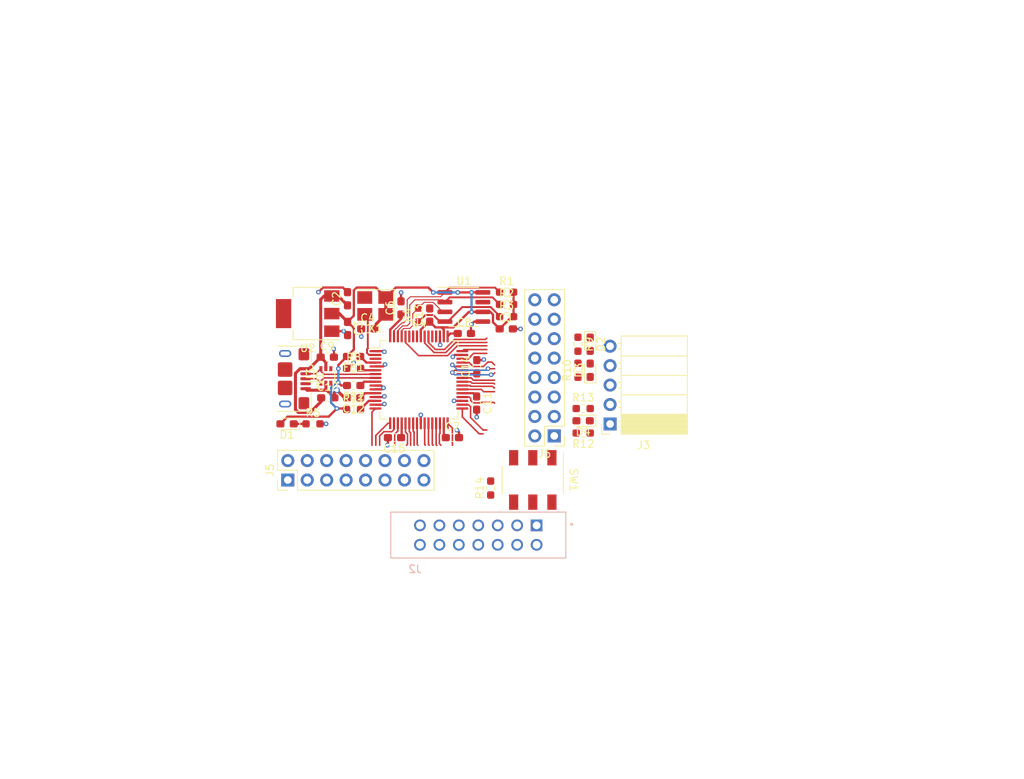
<source format=kicad_pcb>
(kicad_pcb (version 20221018) (generator pcbnew)
  (layers (0 "F.Cu" signal) (31 "B.Cu" signal) (34 "B.Paste" user) (35 "F.Paste" user) (36 "B.SilkS" user "B.Silkscreen") (37 "F.SilkS" user "F.Silkscreen") (38 "B.Mask" user) (39 "F.Mask" user) (44 "Edge.Cuts" user))
  (net 0 "")
  (net 1 "+5V")
  (net 2 "GND")
  (net 3 "+3.3V")
  (net 4 "+1V8")
  (net 5 "Net-(D1-K)")
  (net 6 "Net-(D2-K)")
  (net 7 "Net-(D3-K)")
  (net 8 "Net-(D4-K)")
  (net 9 "Net-(D4-A)")
  (net 10 "Net-(U4-VPHY)")
  (net 11 "Net-(U4-VPLL)")
  (net 12 "Net-(J1-D-)")
  (net 13 "Net-(J1-D+)")
  (net 16 "Net-(J2-Pad2)")
  (net 19 "/prog/TMS")
  (net 20 "/prog/TCK")
  (net 21 "/prog/TDO")
  (net 22 "/prog/TDI")
  (net 23 "Net-(U1-CS)")
  (net 24 "Net-(U1-SCLK)")
  (net 25 "/prog/UPDI")
  (net 26 "/prog/UART_TX")
  (net 27 "/prog/UART_RX")
  (net 28 "/prog/RTS")
  (net 29 "/prog/CTS")
  (net 30 "/prog/DTR")
  (net 31 "/prog/DSR")
  (net 32 "/prog/DCD")
  (net 33 "/prog/RI")
  (net 34 "/prog/TXDEN")
  (net 35 "/prog/L0")
  (net 36 "/prog/L1")
  (net 37 "/prog/L2")
  (net 38 "/prog/L3")
  (net 39 "/prog/H0")
  (net 40 "/prog/H1")
  (net 41 "/prog/H2")
  (net 42 "/prog/H3")
  (net 43 "/prog/H4")
  (net 44 "/prog/H5")
  (net 45 "/prog/H6")
  (net 46 "/prog/H7")
  (net 47 "Net-(U1-DO)")
  (net 48 "Net-(U1-DI)")
  (net 49 "Net-(U4-REF)")
  (net 50 "Net-(U4-BCBUS3)")
  (net 51 "Net-(U4-BCBUS4)")
  (net 52 "Net-(U4-~{RESET})")
  (net 53 "Net-(R13-Pad1)")
  (net 56 "/prog/TX")
  (net 57 "/prog/RX")
  (net 59 "Net-(U4-OSCI)")
  (net 61 "/prog/SUS")
  (net 67 "/prog/PWREN")
  (footprint "Resistor_SMD:R_0603_1608Metric_Pad0.98x0.95mm_HandSolder" (layer "F.Cu") (at 107.4 73.956442)
    (fp_text reference "R8")
    (fp_text value "12K")
  )
  (footprint "Capacitor_SMD:C_0603_1608Metric_Pad1.08x0.95mm_HandSolder" (layer "F.Cu") (at 103.958683 72.492595)
    (fp_text reference "C9")
    (fp_text value "0.1uF")
  )
  (footprint "Connector_PinHeader_2.54mm:PinHeader_2x08_P2.54mm_Vertical" (layer "F.Cu") (at 98.8 88.54 90)
    (fp_text reference "J5")
    (fp_text value "Conn_02x8_Pin")
  )
  (footprint "Resistor_SMD:R_0603_1608Metric_Pad0.98x0.95mm_HandSolder" (layer "F.Cu") (at 136.7 74.2 90)
    (fp_text reference "R10")
    (fp_text value "220")
  )
  (footprint "LED_SMD:LED_0603_1608Metric_Pad1.05x0.95mm_HandSolder" (layer "F.Cu") (at 98.706486 81.2 180)
    (fp_text reference "D1")
    (fp_text value "pwr")
  )
  (footprint "Package_TO_SOT_SMD:SOT-223" (layer "F.Cu") (at 101.4 66.8 180)
    (fp_text reference "U2")
    (fp_text value "AMS1117-3.3")
  )
  (footprint "Resistor_SMD:R_0603_1608Metric_Pad0.98x0.95mm_HandSolder" (layer "F.Cu") (at 107.391419 79.322778)
    (fp_text reference "R11")
    (fp_text value "1K")
  )
  (footprint "Inductor_SMD:L_0603_1608Metric_Pad1.05x0.95mm_HandSolder" (layer "F.Cu") (at 107.39535 72.4 180)
    (fp_text reference "FB1")
    (fp_text value "BLM18KG121TN1D")
  )
  (footprint "Capacitor_SMD:C_0603_1608Metric_Pad1.08x0.95mm_HandSolder" (layer "F.Cu") (at 121.8625 69.4)
    (fp_text reference "C8")
    (fp_text value "3.3uF")
  )
  (footprint "LED_SMD:LED_0603_1608Metric_Pad1.05x0.95mm_HandSolder" (layer "F.Cu") (at 138.3 70.8 -90)
    (fp_text reference "D2")
    (fp_text value "RX_LED")
  )
  (footprint "Inductor_SMD:L_0603_1608Metric_Pad1.05x0.95mm_HandSolder" (layer "F.Cu") (at 107.40473 76.190619 180)
    (fp_text reference "FB2")
    (fp_text value "BLM18KG121TN1D")
  )
  (footprint "Capacitor_SMD:C_0603_1608Metric_Pad1.08x0.95mm_HandSolder" (layer "F.Cu") (at 127.3375 68.8)
    (fp_text reference "C1")
    (fp_text value "0.1uF")
  )
  (footprint "Capacitor_SMD:C_0603_1608Metric_Pad1.08x0.95mm_HandSolder" (layer "F.Cu") (at 112.7375 83 180)
    (fp_text reference "C15")
    (fp_text value "0.1uF")
  )
  (footprint "Resistor_SMD:R_0603_1608Metric_Pad0.98x0.95mm_HandSolder" (layer "F.Cu") (at 127.375 64)
    (fp_text reference "R1")
    (fp_text value "10K")
  )
  (footprint "Package_SO:SOIC-8_3.9x4.9mm_P1.27mm" (layer "F.Cu") (at 121.8 65.9375)
    (fp_text reference "U1")
    (fp_text value "93C46C")
  )
  (footprint "programmer:DPDT" (layer "F.Cu") (at 130.8 88.528958 -90)
    (fp_text reference "SW1")
    (fp_text value "SW_DPST")
  )
  (footprint "Resistor_SMD:R_0603_1608Metric_Pad0.98x0.95mm_HandSolder" (layer "F.Cu") (at 136.7 70.8 -90)
    (fp_text reference "R9")
    (fp_text value "220")
  )
  (footprint "Resistor_SMD:R_0603_1608Metric_Pad0.98x0.95mm_HandSolder" (layer "F.Cu") (at 137.3875 79.2)
    (fp_text reference "R13")
    (fp_text value "470")
  )
  (footprint "Connector_PinHeader_2.54mm:PinHeader_2x08_P2.54mm_Vertical" (layer "F.Cu") (at 133.604533 82.775466 180)
    (fp_text reference "J6")
    (fp_text value "Conn_02x8_Pin")
  )
  (footprint "Resistor_SMD:R_0603_1608Metric_Pad0.98x0.95mm_HandSolder" (layer "F.Cu") (at 137.3875 82.4 180)
    (fp_text reference "R12")
    (fp_text value "470")
  )
  (footprint "Resistor_SMD:R_0603_1608Metric_Pad0.98x0.95mm_HandSolder" (layer "F.Cu") (at 115.860061 66.990461 90)
    (fp_text reference "R4")
    (fp_text value "2.2K")
  )
  (footprint "Capacitor_SMD:C_0603_1608Metric_Pad1.08x0.95mm_HandSolder" (layer "F.Cu") (at 123.483656 73.737305 90)
    (fp_text reference "C14")
    (fp_text value "0.1uF")
  )
  (footprint "Resistor_SMD:R_0603_1608Metric_Pad0.98x0.95mm_HandSolder" (layer "F.Cu") (at 102.093986 81.2)
    (fp_text reference "R5")
    (fp_text value "220")
  )
  (footprint "Resistor_SMD:R_0603_1608Metric_Pad0.98x0.95mm_HandSolder" (layer "F.Cu") (at 127.375 65.6)
    (fp_text reference "R2")
    (fp_text value "10K")
  )
  (footprint "Capacitor_SMD:C_0603_1608Metric_Pad1.08x0.95mm_HandSolder" (layer "F.Cu") (at 113.587129 66.060061 90)
    (fp_text reference "C6")
    (fp_text value "0.1uF")
  )
  (footprint "Capacitor_SMD:C_0603_1608Metric_Pad1.08x0.95mm_HandSolder" (layer "F.Cu") (at 120.3 83)
    (fp_text reference "C7")
    (fp_text value "0.1uF")
  )
  (footprint "Oscillator:Oscillator_SMD_Abracon_ASE-4Pin_3.2x2.5mm_HandSoldering" (layer "F.Cu") (at 110.225 65.8 180)
    (fp_text reference "X1")
    (fp_text value "ISM92-3351AH-12.000MHZ")
  )
  (footprint "Capacitor_SMD:C_0603_1608Metric_Pad1.08x0.95mm_HandSolder" (layer "F.Cu") (at 107.4 77.8 180)
    (fp_text reference "C12")
    (fp_text value "0.1uF")
  )
  (footprint "Capacitor_SMD:C_0603_1608Metric_Pad1.08x0.95mm_HandSolder" (layer "F.Cu") (at 109.25 68.8)
    (fp_text reference "C4")
    (fp_text value "0.01uF")
  )
  (footprint "Resistor_SMD:R_0603_1608Metric_Pad0.98x0.95mm_HandSolder" (layer "F.Cu") (at 127.375 67.2)
    (fp_text reference "R3")
    (fp_text value "10K")
  )
  (footprint "Diode_SMD:D_0603_1608Metric_Pad1.05x0.95mm_HandSolder" (layer "F.Cu") (at 137.375 80.8 180)
    (fp_text reference "D4")
    (fp_text value "D_Schottky")
  )
  (footprint "Package_QFP:LQFP-64_10x10mm_P0.5mm" (layer "F.Cu") (at 115.925 75.45)
    (fp_text reference "U4")
    (fp_text value "FT2232HL")
  )
  (footprint "LED_SMD:LED_0603_1608Metric_Pad1.05x0.95mm_HandSolder" (layer "F.Cu") (at 138.3 74.2 90)
    (fp_text reference "D3")
    (fp_text value "TX_LED")
  )
  (footprint "Capacitor_SMD:C_0603_1608Metric_Pad1.08x0.95mm_HandSolder" (layer "F.Cu") (at 123.464137 78.486511 -90)
    (fp_text reference "C11")
    (fp_text value "0.1uF")
  )
  (footprint "Capacitor_SMD:C_0603_1608Metric_Pad1.08x0.95mm_HandSolder" (layer "F.Cu") (at 106.6 64.8625 90)
    (fp_text reference "C2")
    (fp_text value "0.1uF")
  )
  (footprint "Capacitor_SMD:C_0603_1608Metric_Pad1.08x0.95mm_HandSolder" (layer "F.Cu") (at 117.334625 66.989473 90)
    (fp_text reference "C13")
    (fp_text value "0.1uF")
  )
  (footprint "Capacitor_SMD:C_0603_1608Metric_Pad1.08x0.95mm_HandSolder" (layer "F.Cu") (at 104.021183 77.8)
    (fp_text reference "C10")
    (fp_text value "10uF")
  )
  (footprint "Package_TO_SOT_SMD:SOT-363_SC-70-6" (layer "F.Cu") (at 103.771183 74.942595 90)
    (fp_text reference "U3")
    (fp_text value "NUP2202")
  )
  (footprint "Capacitor_SMD:C_0603_1608Metric_Pad1.08x0.95mm_HandSolder" (layer "F.Cu") (at 106.606486 68.746816 -90)
    (fp_text reference "C3")
    (fp_text value "0.1uF")
  )
  (footprint "Connector_USB:USB_Micro-B_Amphenol_10118193-0001LF_Horizontal" (layer "F.Cu") (at 98.45 75.308885 -90)
    (fp_text reference "J1")
    (fp_text value "USB_B_Micro")
  )
  (footprint "Resistor_SMD:R_0603_1608Metric_Pad0.98x0.95mm_HandSolder" (layer "F.Cu") (at 125.3 89.5875 90)
    (fp_text reference "R14")
    (fp_text value "0")
  )
  (footprint "Connector_PinSocket_2.54mm:PinSocket_1x05_P2.54mm_Horizontal" (layer "F.Cu") (at 140.9 81.22 180)
    (fp_text reference "J3")
    (fp_text value "Conn_01x05_Pin")
  )
  (footprint "programmer:SULLINS_SFH11-PBPC-D07-ST-BK" (layer "B.Cu") (at 123.68 95.73)
    (fp_text reference "J2")
    (fp_text value "SFH11-PBPC-D07-ST-BK")
  )
  (segment (start 99.8 74.601777) (end 99.8 79.328125) (width 0.4) (layer "F.Cu") (net 1))
  (segment (start 100.18076 79.708885) (end 101.724798 79.708885) (width 0.4) (layer "F.Cu") (net 1))
  (segment (start 100.392892 74.008885) (end 99.8 74.601777) (width 0.4) (layer "F.Cu") (net 1))
  (segment (start 99.8 79.328125) (end 100.18076 79.708885) (width 0.4) (layer "F.Cu") (net 1))
  (segment (start 106.6 65.725) (end 105.375 64.5) (width 0.4) (layer "F.Cu") (net 1))
  (segment (start 101.579893 74.008885) (end 103.096183 72.492595) (width 0.4) (layer "F.Cu") (net 1))
  (segment (start 103.771183 73.167595) (end 103.096183 72.492595) (width 0.4) (layer "F.Cu") (net 1))
  (segment (start 103.096183 72.492595) (end 103.096183 64.953817) (width 0.4) (layer "F.Cu") (net 1))
  (segment (start 101.125 74.008885) (end 100.392892 74.008885) (width 0.4) (layer "F.Cu") (net 1))
  (segment (start 101.724798 79.708885) (end 103.158683 78.275) (width 0.4) (layer "F.Cu") (net 1))
  (segment (start 103.771183 73.992595) (end 103.771183 73.167595) (width 0.4) (layer "F.Cu") (net 1))
  (segment (start 103.158683 78.275) (end 103.158683 77.8) (width 0.4) (layer "F.Cu") (net 1))
  (segment (start 103.55 64.5) (end 104.55 64.5) (width 0.4) (layer "F.Cu") (net 1))
  (segment (start 105.375 64.5) (end 104.55 64.5) (width 0.4) (layer "F.Cu") (net 1))
  (segment (start 103.096183 64.953817) (end 103.55 64.5) (width 0.4) (layer "F.Cu") (net 1))
  (segment (start 101.125 74.008885) (end 101.579893 74.008885) (width 0.4) (layer "F.Cu") (net 1))
  (segment (start 106.5375 77.8) (end 106.2 77.8) (width 0.4) (layer "F.Cu") (net 2))
  (segment (start 111.325761 77.7) (end 111.414413 77.611348) (width 0.3) (layer "F.Cu") (net 2))
  (segment (start 106.2 77.8) (end 105.2 76.8) (width 0.4) (layer "F.Cu") (net 2))
  (segment (start 110.25 77.7) (end 111.325761 77.7) (width 0.3) (layer "F.Cu") (net 2))
  (segment (start 111 76.2) (end 110.25 76.2) (width 0.3) (layer "F.Cu") (net 2))
  (segment (start 111.875 83) (end 111.875 83.925) (width 0.3) (layer "F.Cu") (net 2))
  (segment (start 111.875 83.925) (end 111.8 84) (width 0.3) (layer "F.Cu") (net 2))
  (segment (start 124.405821 72.80858) (end 124.339596 72.874805) (width 0.3) (layer "F.Cu") (net 2))
  (segment (start 110.25 71.7) (end 111.325349 71.7) (width 0.3) (layer "F.Cu") (net 2))
  (segment (start 111.325761 78.7) (end 111.414413 78.611348) (width 0.3) (layer "F.Cu") (net 2))
  (segment (start 103.892568 76.808885) (end 104.883683 77.8) (width 0.4) (layer "F.Cu") (net 2))
  (segment (start 106 63.4) (end 103.4 63.4) (width 0.3) (layer "F.Cu") (net 2))
  (segment (start 122.725 69.4) (end 122.725 68.275) (width 0.3) (layer "F.Cu") (net 2))
  (segment (start 124.275 67.8425) (end 123.1575 67.8425) (width 0.3) (layer "F.Cu") (net 2))
  (segment (start 108.3875 68.8) (end 108.3875 69.7875) (width 0.3) (layer "F.Cu") (net 2))
  (segment (start 111.244203 73.7) (end 111.498047 73.446156) (width 0.3) (layer "F.Cu") (net 2))
  (segment (start 113.587129 64.062371) (end 113.587129 65.197561) (width 0.3) (layer "F.Cu") (net 2))
  (segment (start 104.883683 77.116317) (end 105.2 76.8) (width 0.4) (layer "F.Cu") (net 2))
  (segment (start 104.55 69.1) (end 106.09717 69.1) (width 0.3) (layer "F.Cu") (net 2))
  (segment (start 106.6 64) (end 106 63.4) (width 0.3) (layer "F.Cu") (net 2))
  (segment (start 124.339596 72.874805) (end 123.483656 72.874805) (width 0.3) (layer "F.Cu") (net 2))
  (segment (start 101.325 76.808885) (end 103.892568 76.808885) (width 0.4) (layer "F.Cu") (net 2))
  (segment (start 103.771183 75.892595) (end 103.771183 76.6875) (width 0.4) (layer "F.Cu") (net 2))
  (segment (start 106.4875 73.956442) (end 106.643558 73.956442) (width 0.3) (layer "F.Cu") (net 2))
  (segment (start 121.6 78.2) (end 120.514093 78.2) (width 0.3) (layer "F.Cu") (net 2))
  (segment (start 120.514093 78.2) (end 120.513854 78.200239) (width 0.3) (layer "F.Cu") (net 2))
  (segment (start 103.006486 81.2) (end 103.8 81.2) (width 0.3) (layer "F.Cu") (net 2))
  (segment (start 111.3 76.5) (end 111 76.2) (width 0.3) (layer "F.Cu") (net 2))
  (segment (start 104.821183 72.492595) (end 104.821183 71.421183) (width 0.3) (layer "F.Cu") (net 2))
  (segment (start 103.771183 76.6875) (end 103.892568 76.808885) (width 0.4) (layer "F.Cu") (net 2))
  (segment (start 122.725 68.275) (end 122.8 68.2) (width 0.3) (layer "F.Cu") (net 2))
  (segment (start 121.1625 83) (end 121.1625 82.281105) (width 0.3) (layer "F.Cu") (net 2))
  (segment (start 113.6 64.0495) (end 113.587129 64.062371) (width 0.3) (layer "F.Cu") (net 2))
  (segment (start 128.2 68.8) (end 129.2 68.8) (width 0.3) (layer "F.Cu") (net 2))
  (segment (start 111.3 76.5) (end 111.1 76.7) (width 0.3) (layer "F.Cu") (net 2))
  (segment (start 123.473911 80.326089) (end 123.473911 79.358785) (width 0.3) (layer "F.Cu") (net 2))
  (segment (start 116.175 81.125) (end 116.175 80.038738) (width 0.3) (layer "F.Cu") (net 2))
  (segment (start 106.606486 69.609316) (end 106.09717 69.1) (width 0.3) (layer "F.Cu") (net 2))
  (segment (start 120.35277 72.451128) (end 120.603898 72.2) (width 0.3) (layer "F.Cu") (net 2))
  (segment (start 110.25 78.7) (end 111.325761 78.7) (width 0.3) (layer "F.Cu") (net 2))
  (segment (start 123.1575 67.8425) (end 122.8 68.2) (width 0.3) (layer "F.Cu") (net 2))
  (segment (start 121.1625 82.281105) (end 120.8995 82.018105) (width 0.3) (layer "F.Cu") (net 2))
  (segment (start 101.125 76.608885) (end 101.325 76.808885) (width 0.4) (layer "F.Cu") (net 2))
  (segment (start 108.3875 69.7875) (end 108.4 69.8) (width 0.3) (layer "F.Cu") (net 2))
  (segment (start 104.883683 77.8) (end 104.883683 77.116317) (width 0.4) (layer "F.Cu") (net 2))
  (segment (start 120.603898 72.2) (end 121.6 72.2) (width 0.3) (layer "F.Cu") (net 2))
  (segment (start 106.643558 73.956442) (end 107.4 73.2) (width 0.3) (layer "F.Cu") (net 2))
  (segment (start 116.175 80.038738) (end 116.175071 80.038667) (width 0.3) (layer "F.Cu") (net 2))
  (segment (start 111.1 76.7) (end 110.25 76.7) (width 0.3) (layer "F.Cu") (net 2))
  (segment (start 104.821183 71.421183) (end 104.8 71.4) (width 0.3) (layer "F.Cu") (net 2))
  (segment (start 111.325349 71.7) (end 111.415314 71.789965) (width 0.3) (layer "F.Cu") (net 2))
  (segment (start 118.675 70.862395) (end 118.698839 70.886234) (width 0.3) (layer "F.Cu") (net 2))
  (segment (start 118.675 69.775) (end 118.675 70.862395) (width 0.3) (layer "F.Cu") (net 2))
  (segment (start 103.4 63.4) (end 102.8 64) (width 0.3) (layer "F.Cu") (net 2))
  (segment (start 110.25 73.7) (end 111.244203 73.7) (width 0.3) (layer "F.Cu") (net 2))
  (segment (start 123.473911 79.358785) (end 123.464137 79.349011) (width 0.3) (layer "F.Cu") (net 2))
  (via (at 120.513854 78.200239) (size 0.6) (drill 0.3) (layers "F.Cu" "B.Cu") (net 2))
  (via (at 111.414413 77.611348) (size 0.6) (drill 0.3) (layers "F.Cu" "B.Cu") (net 2))
  (via (at 123.473911 80.326089) (size 0.6) (drill 0.3) (layers "F.Cu" "B.Cu") (net 2))
  (via (at 111.498047 73.446156) (size 0.6) (drill 0.3) (layers "F.Cu" "B.Cu") (net 2))
  (via (at 111.415314 71.789965) (size 0.6) (drill 0.3) (layers "F.Cu" "B.Cu") (net 2))
  (via (at 113.6 64.0495) (size 0.6) (drill 0.3) (layers "F.Cu" "B.Cu") (net 2))
  (via (at 102.8 64) (size 0.6) (drill 0.3) (layers "F.Cu" "B.Cu") (net 2))
  (via (at 111.3 76.5) (size 0.6) (drill 0.3) (layers "F.Cu" "B.Cu") (net 2))
  (via (at 116.175071 80.038667) (size 0.6) (drill 0.3) (layers "F.Cu" "B.Cu") (net 2))
  (via (at 104.8 71.4) (size 0.6) (drill 0.3) (layers "F.Cu" "B.Cu") (net 2))
  (via (at 120.35277 72.451128) (size 0.6) (drill 0.3) (layers "F.Cu" "B.Cu") (net 2))
  (via (at 124.405821 72.80858) (size 0.6) (drill 0.3) (layers "F.Cu" "B.Cu") (net 2))
  (via (at 129.2 68.8) (size 0.6) (drill 0.3) (layers "F.Cu" "B.Cu") (net 2))
  (via (at 103.8 81.2) (size 0.6) (drill 0.3) (layers "F.Cu" "B.Cu") (net 2))
  (via (at 107.4 73.2) (size 0.6) (drill 0.3) (layers "F.Cu" "B.Cu") (net 2))
  (via (at 105.2 76.8) (size 0.8) (drill 0.5) (layers "F.Cu" "B.Cu") (net 2))
  (via (at 118.698839 70.886234) (size 0.6) (drill 0.3) (layers "F.Cu" "B.Cu") (net 2))
  (via (at 120.8995 82.018105) (size 0.6) (drill 0.3) (layers "F.Cu" "B.Cu") (net 2))
  (via (at 106.09717 69.1) (size 0.6) (drill 0.3) (layers "F.Cu" "B.Cu") (net 2))
  (via (at 111.414413 78.611348) (size 0.6) (drill 0.3) (layers "F.Cu" "B.Cu") (net 2))
  (via (at 108.4 69.8) (size 0.6) (drill 0.3) (layers "F.Cu" "B.Cu") (net 2))
  (via (at 111.8 84) (size 0.6) (drill 0.3) (layers "F.Cu" "B.Cu") (net 2))
  (via (at 122.8 68.2) (size 0.6) (drill 0.3) (layers "F.Cu" "B.Cu") (net 2))
  (segment (start 125.6 66.9225) (end 125.6 67.925) (width 0.3) (layer "F.Cu") (net 3))
  (segment (start 119.175 68.898958) (end 118.876042 68.6) (width 0.3) (layer "F.Cu") (net 3))
  (segment (start 106.606486 67.884316) (end 107.425 67.065802) (width 0.3) (layer "F.Cu") (net 3))
  (segment (start 112.9 63.4) (end 111.6 64.7) (width 0.3) (layer "F.Cu") (net 3))
  (segment (start 128.2875 64) (end 128.2875 67.2) (width 0.3) (layer "F.Cu") (net 3))
  (segment (start 104.55 66.8) (end 105.52217 66.8) (width 0.4) (layer "F.Cu") (net 3))
  (segment (start 117.8 64.037) (end 117.163 63.4) (width 0.3) (layer "F.Cu") (net 3))
  (segment (start 128.075 67.2) (end 126.475 68.8) (width 0.3) (layer "F.Cu") (net 3))
  (segment (start 123.483656 74.599805) (end 123.383461 74.7) (width 0.3) (layer "F.Cu") (net 3))
  (segment (start 110.1125 68.3875) (end 111.6 66.9) (width 0.4) (layer "F.Cu") (net 3))
  (segment (start 125.6 67.925) (end 126.475 68.8) (width 0.3) (layer "F.Cu") (net 3))
  (segment (start 122.431648 66.6) (end 120.431648 68.6) (width 0.3) (layer "F.Cu") (net 3))
  (segment (start 105.791119 76.190619) (end 105.4 75.7995) (width 0.3) (layer "F.Cu") (net 3))
  (segment (start 124.275 66.5725) (end 125.25 66.5725) (width 0.3) (layer "F.Cu") (net 3))
  (segment (start 122.8 64.032) (end 121.0005 64.032) (width 0.3) (layer "F.Cu") (net 3))
  (segment (start 122.8 66.6) (end 122.431648 66.6) (width 0.3) (layer "F.Cu") (net 3))
  (segment (start 105.4 74) (end 105.4 73.52035) (width 0.3) (layer "F.Cu") (net 3))
  (segment (start 120.431648 68.6) (end 118.876042 68.6) (width 0.3) (layer "F.Cu") (net 3))
  (segment (start 106.52035 72.4) (end 107.431486 71.488864) (width 0.3) (layer "F.Cu") (net 3))
  (segment (start 107.425 67.065802) (end 107.425 63.775) (width 0.3) (layer "F.Cu") (net 3))
  (segment (start 125.25 66.5725) (end 125.6 66.9225) (width 0.3) (layer "F.Cu") (net 3))
  (segment (start 105.2 79.2) (end 104.141115 80.258885) (width 0.3) (layer "F.Cu") (net 3))
  (segment (start 104.141115 80.258885) (end 98.772601 80.258885) (width 0.3) (layer "F.Cu") (net 3))
  (segment (start 110.1125 68.8) (end 110.1125 68.3875) (width 0.4) (layer "F.Cu") (net 3))
  (segment (start 113.675 82.925) (end 113.6 83) (width 0.3) (layer "F.Cu") (net 3))
  (segment (start 113.675 81.125) (end 113.675 82.925) (width 0.3) (layer "F.Cu") (net 3))
  (segment (start 105.2 79.2) (end 106.356141 79.2) (width 0.3) (layer "F.Cu") (net 3))
  (segment (start 124.275 64.0325) (end 122.8005 64.0325) (width 0.3) (layer "F.Cu") (net 3))
  (segment (start 117.221985 67.851973) (end 117.334625 67.851973) (width 0.3) (layer "F.Cu") (net 3))
  (segment (start 105.4 73.52035) (end 106.52035 72.4) (width 0.3) (layer "F.Cu") (net 3))
  (segment (start 107.8 63.4) (end 110.3 63.4) (width 0.3) (layer "F.Cu") (net 3))
  (segment (start 118.876042 68.6) (end 118.082652 68.6) (width 0.3) (layer "F.Cu") (net 3))
  (segment (start 98.772601 80.258885) (end 97.831486 81.2) (width 0.3) (layer "F.Cu") (net 3))
  (segment (start 122.8 66.6) (end 122.8275 66.5725) (width 0.3) (layer "F.Cu") (net 3))
  (segment (start 106.52973 76.190619) (end 105.791119 76.190619) (width 0.3) (layer "F.Cu") (net 3))
  (segment (start 107.431486 68.709316) (end 106.606486 67.884316) (width 0.3) (layer "F.Cu") (net 3))
  (segment (start 123.383461 74.7) (end 121.6 74.7) (width 0.3) (layer "F.Cu") (net 3))
  (segment (start 107.425 63.775) (end 107.8 63.4) (width 0.3) (layer "F.Cu") (net 3))
  (segment (start 121.0005 64.032) (end 121 64.0315) (width 0.3) (layer "F.Cu") (net 3))
  (segment (start 105.52217 66.8) (end 106.606486 67.884316) (width 0.4) (layer "F.Cu") (net 3))
  (segment (start 111.6 66.9) (end 111.6 64.7) (width 0.4) (layer "F.Cu") (net 3))
  (segment (start 118.082652 68.6) (end 117.334625 67.851973) (width 0.3) (layer "F.Cu") (net 3))
  (segment (start 110.3 63.4) (end 111.6 64.7) (width 0.3) (layer "F.Cu") (net 3))
  (segment (start 117.163 63.4) (end 112.9 63.4) (width 0.3) (layer "F.Cu") (net 3))
  (segment (start 107.431486 71.488864) (end 107.431486 68.709316) (width 0.3) (layer "F.Cu") (net 3))
  (segment (start 119.4375 83) (end 119.175 82.7375) (width 0.3) (layer "F.Cu") (net 3))
  (segment (start 122.8275 66.5725) (end 124.275 66.5725) (width 0.3) (layer "F.Cu") (net 3))
  (segment (start 119.175 82.7375) (end 119.175 81.125) (width 0.3) (layer "F.Cu") (net 3))
  (segment (start 106.356141 79.2) (end 106.478919 79.322778) (width 0.3) (layer "F.Cu") (net 3))
  (segment (start 116.175 68.898958) (end 117.221985 67.851973) (width 0.3) (layer "F.Cu") (net 3))
  (segment (start 122.8005 64.0325) (end 122.8 64.032) (width 0.3) (layer "F.Cu") (net 3))
  (segment (start 116.175 69.775) (end 116.175 68.898958) (width 0.3) (layer "F.Cu") (net 3))
  (segment (start 128.2875 67.2) (end 128.075 67.2) (width 0.3) (layer "F.Cu") (net 3))
  (segment (start 119.175 69.775) (end 119.175 68.898958) (width 0.3) (layer "F.Cu") (net 3))
  (via (at 105.2 79.2) (size 0.6) (drill 0.3) (layers "F.Cu" "B.Cu") (net 3))
  (via (at 117.8 64.037) (size 0.6) (drill 0.3) (layers "F.Cu" "B.Cu") (net 3))
  (via (at 122.8 64.032) (size 0.6) (drill 0.3) (layers "F.Cu" "B.Cu") (net 3))
  (via (at 105.4 74) (size 0.6) (drill 0.3) (layers "F.Cu" "B.Cu") (net 3))
  (via (at 121 64.0315) (size 0.6) (drill 0.3) (layers "F.Cu" "B.Cu") (net 3))
  (via (at 122.8 66.6) (size 0.6) (drill 0.3) (layers "F.Cu" "B.Cu") (net 3))
  (via (at 105.4 75.7995) (size 0.6) (drill 0.3) (layers "F.Cu" "B.Cu") (net 3))
  (segment (start 104.45 76.489339) (end 104.45 78.45) (width 0.3) (layer "B.Cu") (net 3))
  (segment (start 105.139839 75.7995) (end 104.45 76.489339) (width 0.3) (layer "B.Cu") (net 3))
  (segment (start 105.4 75.7995) (end 105.4 74) (width 0.3) (layer "B.Cu") (net 3))
  (segment (start 117.8055 64.0315) (end 121 64.0315) (width 0.3) (layer "B.Cu") (net 3))
  (segment (start 104.45 78.45) (end 105.2 79.2) (width 0.3) (layer "B.Cu") (net 3))
  (segment (start 122.8 64.032) (end 122.8 66.6) (width 0.3) (layer "B.Cu") (net 3))
  (segment (start 117.8 64.037) (end 117.8055 64.0315) (width 0.3) (layer "B.Cu") (net 3))
  (segment (start 105.4 75.7995) (end 105.139839 75.7995) (width 0.3) (layer "B.Cu") (net 3))
  (segment (start 123.040126 77.2) (end 121.6 77.2) (width 0.3) (layer "F.Cu") (net 4))
  (segment (start 112.175 69.775) (end 112.175 68.898958) (width 0.3) (layer "F.Cu") (net 4))
  (segment (start 120.05 69.4) (end 119.675 69.775) (width 0.3) (layer "F.Cu") (net 4))
  (segment (start 123.464137 77.624011) (end 123.040126 77.2) (width 0.3) (layer "F.Cu") (net 4))
  (segment (start 108.8625 77.2) (end 108.2625 77.8) (width 0.3) (layer "F.Cu") (net 4))
  (segment (start 112.175 68.898958) (end 113.587129 67.486829) (width 0.3) (layer "F.Cu") (net 4))
  (segment (start 110.25 77.2) (end 108.8625 77.2) (width 0.3) (layer "F.Cu") (net 4))
  (segment (start 121 69.4) (end 120.05 69.4) (width 0.3) (layer "F.Cu") (net 4))
  (segment (start 113.587129 67.486829) (end 113.587129 66.922561) (width 0.3) (layer "F.Cu") (net 4))
  (segment (start 101.181486 81.2) (end 99.581486 81.2) (width 0.3) (layer "F.Cu") (net 5))
  (segment (start 110.25 73.2) (end 109.07035 73.2) (width 0.3) (layer "F.Cu") (net 10))
  (segment (start 109.07035 73.2) (end 108.27035 72.4) (width 0.3) (layer "F.Cu") (net 10))
  (segment (start 108.770349 75.7) (end 110.25 75.7) (width 0.3) (layer "F.Cu") (net 11))
  (segment (start 108.27973 76.190619) (end 108.770349 75.7) (width 0.3) (layer "F.Cu") (net 11))
  (segment (start 102.454893 74.658885) (end 103.121183 73.992595) (width 0.2) (layer "F.Cu") (net 12))
  (segment (start 103.53503 74.731442) (end 103.121183 74.317595) (width 0.2) (layer "F.Cu") (net 12))
  (segment (start 103.121183 74.317595) (end 103.121183 73.992595) (width 0.2) (layer "F.Cu") (net 12))
  (segment (start 110.25 74.7) (end 110.218558 74.731442) (width 0.2) (layer "F.Cu") (net 12))
  (segment (start 110.218558 74.731442) (end 103.53503 74.731442) (width 0.2) (layer "F.Cu") (net 12))
  (segment (start 101.125 74.658885) (end 102.454893 74.658885) (width 0.2) (layer "F.Cu") (net 12))
  (segment (start 101.125 75.308885) (end 102.537473 75.308885) (width 0.2) (layer "F.Cu") (net 13))
  (segment (start 102.537473 75.308885) (end 103.121183 75.892595) (width 0.2) (layer "F.Cu") (net 13))
  (segment (start 110.25 75.2) (end 103.514514 75.2) (width 0.2) (layer "F.Cu") (net 13))
  (segment (start 103.514514 75.2) (end 103.121183 75.593331) (width 0.2) (layer "F.Cu") (net 13))
  (segment (start 103.121183 75.593331) (end 103.121183 75.892595) (width 0.2) (layer "F.Cu") (net 13))
  (segment (start 113.175 82.12736) (end 112.7625 82.53986) (width 0.2) (layer "F.Cu") (net 19))
  (segment (start 113.175 81.125) (end 113.175 82.12736) (width 0.2) (layer "F.Cu") (net 19))
  (segment (start 112.7625 82.53986) (end 112.7625 83.9625) (width 0.2) (layer "F.Cu") (net 19))
  (segment (start 112.7625 83.9625) (end 112.8 84) (width 0.2) (layer "F.Cu") (net 19))
  (segment (start 109.8 79.65) (end 109.8 84) (width 0.2) (layer "F.Cu") (net 20))
  (segment (start 110.25 79.2) (end 109.8 79.65) (width 0.2) (layer "F.Cu") (net 20))
  (segment (start 110.8 82.77736) (end 110.8 84) (width 0.2) (layer "F.Cu") (net 21))
  (segment (start 112.38033 82.225) (end 111.35236 82.225) (width 0.2) (layer "F.Cu") (net 21))
  (segment (start 112.675 81.93033) (end 112.38033 82.225) (width 0.2) (layer "F.Cu") (net 21))
  (segment (start 112.675 81.125) (end 112.675 81.93033) (width 0.2) (layer "F.Cu") (net 21))
  (segment (start 111.35236 82.225) (end 110.8 82.77736) (width 0.2) (layer "F.Cu") (net 21))
  (segment (start 110.3 82.711674) (end 110.3 84) (width 0.2) (layer "F.Cu") (net 22))
  (segment (start 112.175 81.125) (end 111.886674 81.125) (width 0.2) (layer "F.Cu") (net 22))
  (segment (start 111.886674 81.125) (end 110.3 82.711674) (width 0.2) (layer "F.Cu") (net 22))
  (segment (start 118.7575 64.6) (end 119.325 64.0325) (width 0.127) (layer "F.Cu") (net 23))
  (segment (start 112.992868 68.7365) (end 113.729368 68) (width 0.127) (layer "F.Cu") (net 23))
  (segment (start 113.729368 68) (end 113.937552 68) (width 0.127) (layer "F.Cu") (net 23))
  (segment (start 112.675 69.775) (end 112.675 69.021288) (width 0.127) (layer "F.Cu") (net 23))
  (segment (start 125.8695 63.407) (end 119.9505 63.407) (width 0.25) (layer "F.Cu") (net 23))
  (segment (start 114.4 65) (end 114.8 64.6) (width 0.127) (layer "F.Cu") (net 23))
  (segment (start 112.959788 68.7365) (end 112.992868 68.7365) (width 0.127) (layer "F.Cu") (net 23))
  (segment (start 114.4 67.537552) (end 114.4 65) (width 0.127) (layer "F.Cu") (net 23))
  (segment (start 119.9505 63.407) (end 119.325 64.0325) (width 0.25) (layer "F.Cu") (net 23))
  (segment (start 113.937552 68) (end 114.4 67.537552) (width 0.127) (layer "F.Cu") (net 23))
  (segment (start 126.4625 64) (end 125.8695 63.407) (width 0.25) (layer "F.Cu") (net 23))
  (segment (start 112.675 69.021288) (end 112.959788 68.7365) (width 0.127) (layer "F.Cu") (net 23))
  (segment (start 114.8 64.6) (end 118.7575 64.6) (width 0.127) (layer "F.Cu") (net 23))
  (segment (start 125.54 64.6775) (end 119.95 64.6775) (width 0.25) (layer "F.Cu") (net 24))
  (segment (start 126.4625 65.6) (end 125.54 64.6775) (width 0.25) (layer "F.Cu") (net 24))
  (segment (start 115.401027 64.998973) (end 119.021473 64.998973) (width 0.127) (layer "F.Cu") (net 24))
  (segment (start 114.727 68.073) (end 114.727 65.673) (width 0.127) (layer "F.Cu") (net 24))
  (segment (start 119.95 64.6775) (end 119.325 65.3025) (width 0.25) (layer "F.Cu") (net 24))
  (segment (start 113.175 69.021288) (end 113.796288 68.4) (width 0.127) (layer "F.Cu") (net 24))
  (segment (start 114.4 68.4) (end 114.727 68.073) (width 0.127) (layer "F.Cu") (net 24))
  (segment (start 113.175 69.775) (end 113.175 69.021288) (width 0.127) (layer "F.Cu") (net 24))
  (segment (start 114.727 65.673) (end 115.401027 64.998973) (width 0.127) (layer "F.Cu") (net 24))
  (segment (start 119.021473 64.998973) (end 119.325 65.3025) (width 0.127) (layer "F.Cu") (net 24))
  (segment (start 113.796288 68.4) (end 114.4 68.4) (width 0.127) (layer "F.Cu") (net 24))
  (segment (start 122.88028 75.9) (end 125.7 75.9) (width 0.2) (layer "F.Cu") (net 28))
  (segment (start 122.680279 75.7) (end 122.88028 75.9) (width 0.2) (layer "F.Cu") (net 28))
  (segment (start 121.6 75.7) (end 122.680279 75.7) (width 0.2) (layer "F.Cu") (net 28))
  (segment (start 125.7 75.9) (end 125.8 76) (width 0.2) (layer "F.Cu") (net 28))
  (segment (start 123.045965 75.5) (end 125.8 75.5) (width 0.2) (layer "F.Cu") (net 29))
  (segment (start 121.6 75.2) (end 122.745965 75.2) (width 0.2) (layer "F.Cu") (net 29))
  (segment (start 122.745965 75.2) (end 123.045965 75.5) (width 0.2) (layer "F.Cu") (net 29))
  (segment (start 120.6 74.2) (end 120.3 74.5) (width 0.2) (layer "F.Cu") (net 30))
  (segment (start 125.355977 74.787022) (end 125.578664 74.787022) (width 0.2) (layer "F.Cu") (net 30))
  (segment (start 125.578664 74.787022) (end 125.832843 74.532843) (width 0.2) (layer "F.Cu") (net 30))
  (segment (start 121.6 74.2) (end 120.6 74.2) (width 0.2) (layer "F.Cu") (net 30))
  (via (at 120.3 74.5) (size 0.6) (drill 0.3) (layers "F.Cu" "B.Cu") (net 30))
  (via (at 125.355977 74.787022) (size 0.6) (drill 0.3) (layers "F.Cu" "B.Cu") (net 30))
  (segment (start 120.594681 74.794681) (end 120.3 74.5) (width 0.2) (layer "B.Cu") (net 30))
  (segment (start 125.348318 74.794681) (end 120.594681 74.794681) (width 0.2) (layer "B.Cu") (net 30))
  (segment (start 125.355977 74.787022) (end 125.348318 74.794681) (width 0.2) (layer "B.Cu") (net 30))
  (segment (start 121.6 73.7) (end 120.5 73.7) (width 0.2) (layer "F.Cu") (net 31))
  (segment (start 124.943665 74) (end 125.8 74) (width 0.2) (layer "F.Cu") (net 31))
  (segment (start 120.5 73.7) (end 120.3 73.5) (width 0.2) (layer "F.Cu") (net 31))
  (via (at 120.3 73.5) (size 0.6) (drill 0.3) (layers "F.Cu" "B.Cu") (net 31))
  (via (at 124.943665 74) (size 0.6) (drill 0.3) (layers "F.Cu" "B.Cu") (net 31))
  (segment (start 124.748984 74.194681) (end 120.994681 74.194681) (width 0.2) (layer "B.Cu") (net 31))
  (segment (start 120.994681 74.194681) (end 120.3 73.5) (width 0.2) (layer "B.Cu") (net 31))
  (segment (start 124.943665 74) (end 124.748984 74.194681) (width 0.2) (layer "B.Cu") (net 31))
  (segment (start 122.5 73.2) (end 123.012305 73.712305) (width 0.2) (layer "F.Cu") (net 32))
  (segment (start 124.350625 73.712305) (end 124.931465 73.131465) (width 0.2) (layer "F.Cu") (net 32))
  (segment (start 121.6 73.2) (end 122.5 73.2) (width 0.2) (layer "F.Cu") (net 32))
  (segment (start 123.012305 73.712305) (end 124.350625 73.712305) (width 0.2) (layer "F.Cu") (net 32))
  (segment (start 125.431465 73.131465) (end 125.8 73.5) (width 0.2) (layer "F.Cu") (net 32))
  (segment (start 124.931465 73.131465) (end 125.431465 73.131465) (width 0.2) (layer "F.Cu") (net 32))
  (segment (start 121.6 72.7) (end 122.40533 72.7) (width 0.2) (layer "F.Cu") (net 33))
  (segment (start 122.675 72.385821) (end 123.060822 72) (width 0.2) (layer "F.Cu") (net 33))
  (segment (start 123.060822 72) (end 124.8 72) (width 0.2) (layer "F.Cu") (net 33))
  (segment (start 122.40533 72.7) (end 122.675 72.43033) (width 0.2) (layer "F.Cu") (net 33))
  (segment (start 122.675 72.43033) (end 122.675 72.385821) (width 0.2) (layer "F.Cu") (net 33))
  (segment (start 121.8 71.5) (end 124.8 71.5) (width 0.2) (layer "F.Cu") (net 34))
  (segment (start 121.6 71.7) (end 121.8 71.5) (width 0.2) (layer "F.Cu") (net 34))
  (segment (start 114.175 82.27736) (end 114.4375 82.53986) (width 0.2) (layer "F.Cu") (net 35))
  (segment (start 114.175 81.125) (end 114.175 82.27736) (width 0.2) (layer "F.Cu") (net 35))
  (segment (start 114.4375 82.53986) (end 114.4375 83.8625) (width 0.2) (layer "F.Cu") (net 35))
  (segment (start 114.4375 83.8625) (end 114.3 84) (width 0.2) (layer "F.Cu") (net 35))
  (segment (start 114.675 82.211674) (end 114.8375 82.374175) (width 0.2) (layer "F.Cu") (net 36))
  (segment (start 114.675 81.125) (end 114.675 82.211674) (width 0.2) (layer "F.Cu") (net 36))
  (segment (start 114.8375 82.374175) (end 114.8375 84) (width 0.2) (layer "F.Cu") (net 36))
  (segment (start 115.175 82.145989) (end 115.3 82.270989) (width 0.2) (layer "F.Cu") (net 37))
  (segment (start 115.175 81.125) (end 115.175 82.145989) (width 0.2) (layer "F.Cu") (net 37))
  (segment (start 115.3 82.270989) (end 115.3 84) (width 0.2) (layer "F.Cu") (net 37))
  (segment (start 115.7 81.15) (end 115.7 83.9) (width 0.2) (layer "F.Cu") (net 38))
  (segment (start 115.7 83.9) (end 115.8 84) (width 0.2) (layer "F.Cu") (net 38))
  (segment (start 115.675 81.125) (end 115.7 81.15) (width 0.2) (layer "F.Cu") (net 38))
  (segment (start 116.675 83.9) (end 116.775 84) (width 0.2) (layer "F.Cu") (net 39))
  (segment (start 116.675 81.125) (end 116.675 83.9) (width 0.2) (layer "F.Cu") (net 39))
  (segment (start 117.175 83.9) (end 117.275 84) (width 0.2) (layer "F.Cu") (net 40))
  (segment (start 117.175 81.125) (end 117.175 83.9) (width 0.2) (layer "F.Cu") (net 40))
  (segment (start 117.675 83.9) (end 117.7 83.9) (width 0.2) (layer "F.Cu") (net 41))
  (segment (start 117.7 83.9) (end 117.775 83.975) (width 0.2) (layer "F.Cu") (net 41))
  (segment (start 117.775 83.975) (end 117.775 84) (width 0.2) (layer "F.Cu") (net 41))
  (segment (start 117.675 81.125) (end 117.675 83.9) (width 0.2) (layer "F.Cu") (net 41))
  (segment (start 118.175 83.940686) (end 118.267157 84.032843) (width 0.2) (layer "F.Cu") (net 42))
  (segment (start 118.175 81.125) (end 118.175 83.940686) (width 0.2) (layer "F.Cu") (net 42))
  (segment (start 118.675 81.125) (end 118.675 82.46486) (width 0.2) (layer "F.Cu") (net 43))
  (segment (start 118.6 82.53986) (end 118.6 83.8) (width 0.2) (layer "F.Cu") (net 43))
  (segment (start 118.675 82.46486) (end 118.6 82.53986) (width 0.2) (layer "F.Cu") (net 43))
  (segment (start 118.6 83.8) (end 118.8 84) (width 0.2) (layer "F.Cu") (net 43))
  (segment (start 120.3 81.75) (end 120.3 84) (width 0.2) (layer "F.Cu") (net 44))
  (segment (start 119.675 81.125) (end 120.3 81.75) (width 0.2) (layer "F.Cu") (net 44))
  (segment (start 123.8 82.5) (end 124.3 82.5) (width 0.2) (layer "F.Cu") (net 45))
  (segment (start 121.6 80.3) (end 123.8 82.5) (width 0.2) (layer "F.Cu") (net 45))
  (segment (start 121.6 79.2) (end 121.6 80.3) (width 0.2) (layer "F.Cu") (net 45))
  (segment (start 121.6 78.7) (end 122.40533 78.7) (width 0.2) (layer "F.Cu") (net 46))
  (segment (start 124.3 82) (end 124.8 82) (width 0.2) (layer "F.Cu") (net 46))
  (segment (start 122.675 80.375) (end 124.3 82) (width 0.2) (layer "F.Cu") (net 46))
  (segment (start 122.675 78.96967) (end 122.675 80.375) (width 0.2) (layer "F.Cu") (net 46))
  (segment (start 122.40533 78.7) (end 122.675 78.96967) (width 0.2) (layer "F.Cu") (net 46))
  (segment (start 125.296752 65.9475) (end 121.596752 65.9475) (width 0.25) (layer "F.Cu") (net 47))
  (segment (start 116.773549 66.989473) (end 117.810527 66.989473) (width 0.25) (layer "F.Cu") (net 47))
  (segment (start 117.810527 66.989473) (end 118.663554 67.8425) (width 0.25) (layer "F.Cu") (net 47))
  (segment (start 126.4625 67.113248) (end 125.296752 65.9475) (width 0.25) (layer "F.Cu") (net 47))
  (segment (start 121.596752 65.9475) (end 119.701752 67.8425) (width 0.25) (layer "F.Cu") (net 47))
  (segment (start 119.701752 67.8425) (end 119.325 67.8425) (width 0.25) (layer "F.Cu") (net 47))
  (segment (start 115.860061 67.902961) (end 116.773549 66.989473) (width 0.25) (layer "F.Cu") (net 47))
  (segment (start 118.663554 67.8425) (end 119.325 67.8425) (width 0.25) (layer "F.Cu") (net 47))
  (segment (start 126.4625 67.2) (end 126.4625 67.113248) (width 0.25) (layer "F.Cu") (net 47))
  (segment (start 119.026174 66.5725) (end 117.779647 65.325973) (width 0.127) (layer "F.Cu") (net 48))
  (segment (start 113.675 69.775) (end 113.675 69) (width 0.127) (layer "F.Cu") (net 48))
  (segment (start 117.779647 65.325973) (end 116.612049 65.325973) (width 0.127) (layer "F.Cu") (net 48))
  (segment (start 113.675 69) (end 113.9385 68.7365) (width 0.127) (layer "F.Cu") (net 48))
  (segment (start 116.612049 65.325973) (end 115.860061 66.077961) (width 0.127) (layer "F.Cu") (net 48))
  (segment (start 119.325 66.5725) (end 119.026174 66.5725) (width 0.127) (layer "F.Cu") (net 48))
  (segment (start 114.745544 68.7365) (end 115.121561 68.360483) (width 0.127) (layer "F.Cu") (net 48))
  (segment (start 113.9385 68.7365) (end 114.745544 68.7365) (width 0.127) (layer "F.Cu") (net 48))
  (segment (start 115.121561 66.816461) (end 115.860061 66.077961) (width 0.127) (layer "F.Cu") (net 48))
  (segment (start 115.121561 68.360483) (end 115.121561 66.816461) (width 0.127) (layer "F.Cu") (net 48))
  (segment (start 108.556058 74.2) (end 108.3125 73.956442) (width 0.3) (layer "F.Cu") (net 49))
  (segment (start 110.25 74.2) (end 108.556058 74.2) (width 0.3) (layer "F.Cu") (net 49))
  (segment (start 117.175 69.775) (end 117.175 70.58033) (width 0.2) (layer "F.Cu") (net 50))
  (segment (start 118.080904 71.486234) (end 119.269096 71.486234) (width 0.2) (layer "F.Cu") (net 50))
  (segment (start 119.269096 71.486234) (end 120.58033 70.175) (width 0.2) (layer "F.Cu") (net 50))
  (segment (start 124.625 70.175) (end 124.8 70) (width 0.2) (layer "F.Cu") (net 50))
  (segment (start 117.175 70.58033) (end 118.080904 71.486234) (width 0.2) (layer "F.Cu") (net 50))
  (segment (start 120.58033 70.175) (end 124.625 70.175) (width 0.2) (layer "F.Cu") (net 50))
  (segment (start 119.434782 71.886234) (end 120.746016 70.575) (width 0.2) (layer "F.Cu") (net 51))
  (segment (start 116.675 70.646015) (end 117.915219 71.886234) (width 0.2) (layer "F.Cu") (net 51))
  (segment (start 116.675 69.775) (end 116.675 70.646015) (width 0.2) (layer "F.Cu") (net 51))
  (segment (start 117.915219 71.886234) (end 119.434782 71.886234) (width 0.2) (layer "F.Cu") (net 51))
  (segment (start 120.746016 70.575) (end 124.8 70.575) (width 0.2) (layer "F.Cu") (net 51))
  (segment (start 110.25 78.2) (end 109.373958 78.2) (width 0.3) (layer "F.Cu") (net 52))
  (segment (start 109.373958 78.2) (end 108.303919 79.270039) (width 0.3) (layer "F.Cu") (net 52))
  (segment (start 108.303919 79.270039) (end 108.303919 79.322778) (width 0.3) (layer "F.Cu") (net 52))
  (segment (start 121.6 76.7) (end 124.08007 76.7) (width 0.2) (layer "F.Cu") (net 56))
  (segment (start 124.8 77) (end 125.8 77) (width 0.2) (layer "F.Cu") (net 56))
  (segment (start 124.08007 76.7) (end 124.38007 77) (width 0.2) (layer "F.Cu") (net 56))
  (segment (start 124.38007 77) (end 124.8 77) (width 0.2) (layer "F.Cu") (net 56))
  (segment (start 125.734314 76.5) (end 125.8 76.5) (width 0.2) (layer "F.Cu") (net 57))
  (segment (start 122.614595 76.2) (end 122.714595 76.3) (width 0.2) (layer "F.Cu") (net 57))
  (segment (start 122.714595 76.3) (end 125.534314 76.3) (width 0.2) (layer "F.Cu") (net 57))
  (segment (start 121.6 76.2) (end 122.614595 76.2) (width 0.2) (layer "F.Cu") (net 57))
  (segment (start 125.534314 76.3) (end 125.734314 76.5) (width 0.2) (layer "F.Cu") (net 57))
  (segment (start 108.85 66.9) (end 109.25 67.3) (width 0.25) (layer "F.Cu") (net 59))
  (segment (start 109.409314 72.2) (end 110.25 72.2) (width 0.25) (layer "F.Cu") (net 59))
  (segment (start 109.25 71.359314) (end 109.15 71.459314) (width 0.25) (layer "F.Cu") (net 59))
  (segment (start 109.25 67.3) (end 109.25 71.359314) (width 0.25) (layer "F.Cu") (net 59))
  (segment (start 109.15 71.940686) (end 109.409314 72.2) (width 0.25) (layer "F.Cu") (net 59))
  (segment (start 109.15 71.459314) (end 109.15 71.940686) (width 0.25) (layer "F.Cu") (net 59))
  (segment (start 121.6 77.7) (end 122.5 77.7) (width 0.2) (layer "F.Cu") (net 61))
  (segment (start 122.689137 78.146651) (end 123.003997 78.461511) (width 0.2) (layer "F.Cu") (net 61))
  (segment (start 123.951471 78.4) (end 125.7 78.4) (width 0.2) (layer "F.Cu") (net 61))
  (segment (start 123.88996 78.461511) (end 123.951471 78.4) (width 0.2) (layer "F.Cu") (net 61))
  (segment (start 123.003997 78.461511) (end 123.88996 78.461511) (width 0.2) (layer "F.Cu") (net 61))
  (segment (start 122.689137 77.889137) (end 122.689137 78.146651) (width 0.2) (layer "F.Cu") (net 61))
  (segment (start 122.5 77.7) (end 122.689137 77.889137) (width 0.2) (layer "F.Cu") (net 61))
  (segment (start 125.7 78.4) (end 125.8 78.5) (width 0.2) (layer "F.Cu") (net 61))
  (segment (start 120.955369 71) (end 124.8 71) (width 0.2) (layer "F.Cu") (net 67))
  (segment (start 119.669135 72.286234) (end 120.955369 71) (width 0.2) (layer "F.Cu") (net 67))
  (segment (start 115.880904 72.286234) (end 119.669135 72.286234) (width 0.2) (layer "F.Cu") (net 67))
  (segment (start 114.175 70.58033) (end 115.880904 72.286234) (width 0.2) (layer "F.Cu") (net 67))
  (segment (start 114.175 69.775) (end 114.175 70.58033) (width 0.2) (layer "F.Cu") (net 67))
)
</source>
